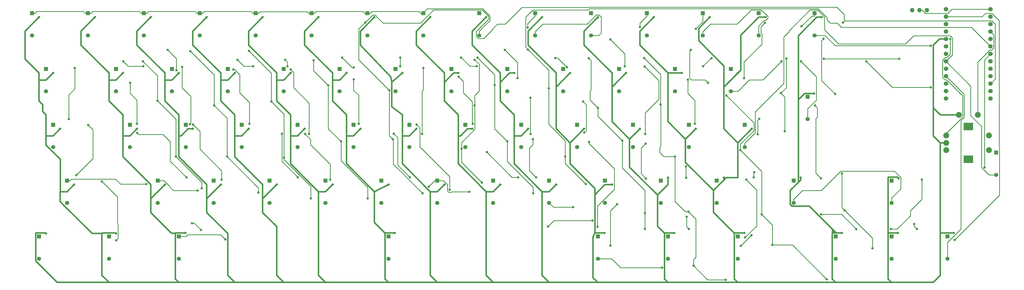
<source format=gbr>
G04 #@! TF.GenerationSoftware,KiCad,Pcbnew,(5.1.12)-1*
G04 #@! TF.CreationDate,2022-12-17T21:06:57+09:00*
G04 #@! TF.ProjectId,jtnk67,6a746e6b-3637-42e6-9b69-6361645f7063,rev?*
G04 #@! TF.SameCoordinates,Original*
G04 #@! TF.FileFunction,Copper,L1,Top*
G04 #@! TF.FilePolarity,Positive*
%FSLAX46Y46*%
G04 Gerber Fmt 4.6, Leading zero omitted, Abs format (unit mm)*
G04 Created by KiCad (PCBNEW (5.1.12)-1) date 2022-12-17 21:06:57*
%MOMM*%
%LPD*%
G01*
G04 APERTURE LIST*
G04 #@! TA.AperFunction,ComponentPad*
%ADD10C,1.524000*%
G04 #@! TD*
G04 #@! TA.AperFunction,ComponentPad*
%ADD11C,2.000000*%
G04 #@! TD*
G04 #@! TA.AperFunction,ComponentPad*
%ADD12R,3.200000X2.500000*%
G04 #@! TD*
G04 #@! TA.AperFunction,ComponentPad*
%ADD13O,1.500000X1.500000*%
G04 #@! TD*
G04 #@! TA.AperFunction,ComponentPad*
%ADD14C,1.397000*%
G04 #@! TD*
G04 #@! TA.AperFunction,ComponentPad*
%ADD15R,1.397000X1.397000*%
G04 #@! TD*
G04 #@! TA.AperFunction,ViaPad*
%ADD16C,0.800000*%
G04 #@! TD*
G04 #@! TA.AperFunction,Conductor*
%ADD17C,0.250000*%
G04 #@! TD*
G04 #@! TA.AperFunction,Conductor*
%ADD18C,0.500000*%
G04 #@! TD*
G04 APERTURE END LIST*
D10*
X348082600Y-23622000D03*
X348082600Y-26162000D03*
X348082600Y-28702000D03*
X348082600Y-31242000D03*
X348082600Y-33782000D03*
X348082600Y-36322000D03*
X348082600Y-38862000D03*
X348082600Y-41402000D03*
X348082600Y-43942000D03*
X348082600Y-46482000D03*
X348082600Y-49022000D03*
X348082600Y-51562000D03*
X332862600Y-51562000D03*
X332862600Y-49022000D03*
X332862600Y-46482000D03*
X332862600Y-43942000D03*
X332862600Y-41402000D03*
X332862600Y-38862000D03*
X332862600Y-36322000D03*
X332862600Y-33782000D03*
X332862600Y-31242000D03*
X332862600Y-28702000D03*
X332862600Y-26162000D03*
X332862600Y-23622000D03*
X332862600Y-21082000D03*
X348082600Y-21082000D03*
D11*
X337269000Y-57150000D03*
X343769000Y-57150000D03*
X347519000Y-69175000D03*
X347519000Y-64175000D03*
D12*
X340519000Y-72275000D03*
X340519000Y-61075000D03*
D11*
X333019000Y-69175000D03*
X333019000Y-66675000D03*
X333019000Y-64175000D03*
D13*
X321350000Y-21431200D03*
X323850000Y-21431200D03*
X326350000Y-21431200D03*
D14*
X333375000Y-106204000D03*
D15*
X333375000Y-98584000D03*
D14*
X350044000Y-77628800D03*
D15*
X350044000Y-70008800D03*
D14*
X314325000Y-106204000D03*
D15*
X314325000Y-98584000D03*
D14*
X314325000Y-87153800D03*
D15*
X314325000Y-79533800D03*
D14*
X288131000Y-30003800D03*
D15*
X288131000Y-22383800D03*
D14*
X295275000Y-106204000D03*
D15*
X295275000Y-98584000D03*
D14*
X280988000Y-87153800D03*
D15*
X280988000Y-79533800D03*
D14*
X285750000Y-58578800D03*
D15*
X285750000Y-50958800D03*
D14*
X269081000Y-30003800D03*
D15*
X269081000Y-22383800D03*
D14*
X264319000Y-68103800D03*
D15*
X264319000Y-60483800D03*
D14*
X259556000Y-49053800D03*
D15*
X259556000Y-41433800D03*
D14*
X250031000Y-30003800D03*
D15*
X250031000Y-22383800D03*
D14*
X261938000Y-106204000D03*
D15*
X261938000Y-98584000D03*
D14*
X254794000Y-87153800D03*
D15*
X254794000Y-79533800D03*
D14*
X245269000Y-68103800D03*
D15*
X245269000Y-60483800D03*
D14*
X240506000Y-49053800D03*
D15*
X240506000Y-41433800D03*
D14*
X230981000Y-30003800D03*
D15*
X230981000Y-22383800D03*
D14*
X238125000Y-106204000D03*
D15*
X238125000Y-98584000D03*
D14*
X235744000Y-87153800D03*
D15*
X235744000Y-79533800D03*
D14*
X226219000Y-68103800D03*
D15*
X226219000Y-60483800D03*
D14*
X221456000Y-49053800D03*
D15*
X221456000Y-41433800D03*
D14*
X211931000Y-30003800D03*
D15*
X211931000Y-22383800D03*
D14*
X214312000Y-106204000D03*
D15*
X214312000Y-98584000D03*
D14*
X216694000Y-87153800D03*
D15*
X216694000Y-79533800D03*
D14*
X207169000Y-68103800D03*
D15*
X207169000Y-60483800D03*
D14*
X202406000Y-49053800D03*
D15*
X202406000Y-41433800D03*
D14*
X192881000Y-30003800D03*
D15*
X192881000Y-22383800D03*
D14*
X197644000Y-87153800D03*
D15*
X197644000Y-79533800D03*
D14*
X188119000Y-68103800D03*
D15*
X188119000Y-60483800D03*
D14*
X183356000Y-49053800D03*
D15*
X183356000Y-41433800D03*
D14*
X173831000Y-30003800D03*
D15*
X173831000Y-22383800D03*
D14*
X178594000Y-87153800D03*
D15*
X178594000Y-79533800D03*
D14*
X169069000Y-68103800D03*
D15*
X169069000Y-60483800D03*
D14*
X164306000Y-49053800D03*
D15*
X164306000Y-41433800D03*
D14*
X154781000Y-30003800D03*
D15*
X154781000Y-22383800D03*
D14*
X159544000Y-87153800D03*
D15*
X159544000Y-79533800D03*
D14*
X150019000Y-68103800D03*
D15*
X150019000Y-60483800D03*
D14*
X145256000Y-49053800D03*
D15*
X145256000Y-41433800D03*
D14*
X135731000Y-30003800D03*
D15*
X135731000Y-22383800D03*
D14*
X140494000Y-87153800D03*
D15*
X140494000Y-79533800D03*
D14*
X130969000Y-68103800D03*
D15*
X130969000Y-60483800D03*
D14*
X126206000Y-49053800D03*
D15*
X126206000Y-41433800D03*
D14*
X116681000Y-30003800D03*
D15*
X116681000Y-22383800D03*
D14*
X121444000Y-87153800D03*
D15*
X121444000Y-79533800D03*
D14*
X111919000Y-68103800D03*
D15*
X111919000Y-60483800D03*
D14*
X107156000Y-49053800D03*
D15*
X107156000Y-41433800D03*
D14*
X97631200Y-30003800D03*
D15*
X97631200Y-22383800D03*
D14*
X142875000Y-106204000D03*
D15*
X142875000Y-98584000D03*
D14*
X102394000Y-87153800D03*
D15*
X102394000Y-79533800D03*
D14*
X92868800Y-68103800D03*
D15*
X92868800Y-60483800D03*
D14*
X88106200Y-49053800D03*
D15*
X88106200Y-41433800D03*
D14*
X78581200Y-30003800D03*
D15*
X78581200Y-22383800D03*
D14*
X71437500Y-106204000D03*
D15*
X71437500Y-98584000D03*
D14*
X83343800Y-87153800D03*
D15*
X83343800Y-79533800D03*
D14*
X73818800Y-68103800D03*
D15*
X73818800Y-60483800D03*
D14*
X69056200Y-49053800D03*
D15*
X69056200Y-41433800D03*
D14*
X59531200Y-30003800D03*
D15*
X59531200Y-22383800D03*
D14*
X47625000Y-106204000D03*
D15*
X47625000Y-98584000D03*
D14*
X64293800Y-87153800D03*
D15*
X64293800Y-79533800D03*
D14*
X54768800Y-68103800D03*
D15*
X54768800Y-60483800D03*
D14*
X50006200Y-49053800D03*
D15*
X50006200Y-41433800D03*
D14*
X40481200Y-30003800D03*
D15*
X40481200Y-22383800D03*
D14*
X23812500Y-106204000D03*
D15*
X23812500Y-98584000D03*
D14*
X33337500Y-87153800D03*
D15*
X33337500Y-79533800D03*
D14*
X28575000Y-68103800D03*
D15*
X28575000Y-60483800D03*
D14*
X26193800Y-49053800D03*
D15*
X26193800Y-41433800D03*
D14*
X21431200Y-30003800D03*
D15*
X21431200Y-22383800D03*
D16*
X327722800Y-33532600D03*
X283418300Y-38813000D03*
X276872300Y-38813000D03*
X156654900Y-81572600D03*
X205776300Y-88606400D03*
X170437200Y-83340300D03*
X77785400Y-82945600D03*
X60312600Y-80788000D03*
X87247500Y-99620000D03*
X236100200Y-109249800D03*
X190338800Y-27340800D03*
X228603600Y-27148600D03*
X247610100Y-27745200D03*
X283634900Y-26924200D03*
X23812500Y-23812500D03*
X28575000Y-42862500D03*
X30956200Y-61912500D03*
X35718800Y-80962500D03*
X42862500Y-23812500D03*
X52387500Y-42862500D03*
X57150000Y-61912500D03*
X66675000Y-80962500D03*
X61912500Y-23812500D03*
X71437500Y-42862500D03*
X76200000Y-61912500D03*
X85725000Y-80962500D03*
X80962500Y-23812500D03*
X90487500Y-42862500D03*
X95250000Y-61912500D03*
X104775000Y-80962500D03*
X100012000Y-23812500D03*
X109538000Y-42862500D03*
X114300000Y-61912500D03*
X123825000Y-80962500D03*
X119062000Y-23812500D03*
X128588000Y-42862500D03*
X133350000Y-61912500D03*
X142875000Y-80962500D03*
X138112000Y-23812500D03*
X147638000Y-42862500D03*
X152400000Y-61912500D03*
X161925000Y-80962500D03*
X157162000Y-23812500D03*
X166688000Y-42862500D03*
X171450000Y-61912500D03*
X180975000Y-80962500D03*
X176212000Y-23812500D03*
X185738000Y-42862500D03*
X190500000Y-61912500D03*
X200025000Y-80962500D03*
X195262000Y-23812500D03*
X204788000Y-42862500D03*
X209550000Y-61912500D03*
X219075000Y-80962500D03*
X214312000Y-23812500D03*
X223838000Y-42862500D03*
X228600000Y-61912500D03*
X233362000Y-23812500D03*
X252412000Y-23812500D03*
X242888000Y-42862500D03*
X271462000Y-23812500D03*
X261938000Y-42862500D03*
X247650000Y-61912500D03*
X266700000Y-61912500D03*
X238125000Y-78581200D03*
X257175000Y-78581200D03*
X290512000Y-23812500D03*
X287935000Y-49810200D03*
X283369000Y-78581200D03*
X316706000Y-78802500D03*
X335560000Y-97435200D03*
X316510000Y-97435200D03*
X297460000Y-97435200D03*
X264123000Y-97435200D03*
X240310000Y-97435200D03*
X216498000Y-97435200D03*
X145060000Y-97435200D03*
X73622700Y-97435200D03*
X50006200Y-97631200D03*
X26193800Y-97631200D03*
X335850300Y-99777100D03*
X322065100Y-94370000D03*
X322982000Y-96113800D03*
X314062300Y-96102200D03*
X324674900Y-79201500D03*
X290323600Y-91084900D03*
X302354200Y-96137600D03*
X288250300Y-53953800D03*
X290324200Y-78817500D03*
X291145000Y-31161900D03*
X295110500Y-50028700D03*
X264100000Y-44634900D03*
X271174900Y-25714100D03*
X268728500Y-63700100D03*
X269193300Y-58448300D03*
X267347400Y-78432900D03*
X267563600Y-76729400D03*
X264413100Y-98980000D03*
X264790700Y-79189100D03*
X262926300Y-101835500D03*
X266596400Y-98165400D03*
X244475000Y-91936000D03*
X245238600Y-96117500D03*
X244229400Y-74781800D03*
X244333100Y-78597500D03*
X244950200Y-45121400D03*
X247315200Y-60206100D03*
X253001000Y-37870600D03*
X250053900Y-40541900D03*
X223402100Y-40538900D03*
X218547100Y-31413000D03*
X230353300Y-63684000D03*
X230193600Y-40646000D03*
X230554400Y-66938100D03*
X230633800Y-78874000D03*
X218550900Y-101785400D03*
X220813800Y-87652100D03*
X211253500Y-66324400D03*
X214114000Y-95286700D03*
X209171000Y-52581800D03*
X209654700Y-63169600D03*
X199692300Y-37712100D03*
X203727800Y-40864400D03*
X186872100Y-44629600D03*
X182560000Y-34970000D03*
X191354800Y-63682100D03*
X191228200Y-51300400D03*
X192057800Y-65424900D03*
X193199300Y-78461700D03*
X176395900Y-69861300D03*
X187030800Y-78445000D03*
X166779400Y-44057100D03*
X171576200Y-60206100D03*
X167617300Y-37558300D03*
X172985900Y-40579100D03*
X146902000Y-40539900D03*
X146902000Y-37556200D03*
X154335200Y-63681500D03*
X154770200Y-41090100D03*
X152458400Y-60426500D03*
X163710200Y-82742600D03*
X144714900Y-63557700D03*
X150212200Y-78435900D03*
X131054000Y-45006500D03*
X132710400Y-60211900D03*
X127092000Y-37561200D03*
X131030100Y-40937100D03*
X108486400Y-40555800D03*
X107663000Y-38345000D03*
X115834300Y-63687600D03*
X109518200Y-41665700D03*
X123033200Y-79266300D03*
X114480900Y-63693500D03*
X106567200Y-63592100D03*
X112040200Y-78436500D03*
X90022100Y-41657600D03*
X95520400Y-60214400D03*
X91462000Y-38355200D03*
X96793700Y-40541900D03*
X70608000Y-41896300D03*
X67662000Y-34970000D03*
X75215200Y-60382000D03*
X72553200Y-40817700D03*
X76313100Y-60470400D03*
X86034800Y-79202300D03*
X75933400Y-94168900D03*
X79019400Y-96398700D03*
X57260700Y-63312400D03*
X74039600Y-78454200D03*
X54824600Y-46228200D03*
X57149900Y-60187200D03*
X52447200Y-38822400D03*
X59305500Y-40541900D03*
X35937500Y-41090800D03*
X33976900Y-58531200D03*
X36472000Y-77724000D03*
X40540000Y-60634700D03*
X50110800Y-99947800D03*
X45201100Y-79829000D03*
X190437200Y-34864900D03*
X210145500Y-80774800D03*
X197500000Y-48082500D03*
X203082600Y-71361700D03*
X59191500Y-38825300D03*
X64150000Y-52305300D03*
X230295300Y-96108000D03*
X346023000Y-75092700D03*
X222589800Y-65967600D03*
X214256000Y-54770000D03*
X79197200Y-82176400D03*
X70415300Y-71364200D03*
X211180500Y-37852400D03*
X230295300Y-90624600D03*
X257838000Y-113406700D03*
X229991000Y-37714000D03*
X75383900Y-35397700D03*
X83510000Y-53903500D03*
X235607600Y-53536500D03*
X240540700Y-71361900D03*
X98569500Y-83640600D03*
X246875900Y-108650700D03*
X245103900Y-90135500D03*
X87862800Y-71395600D03*
X245952000Y-34970000D03*
X251812500Y-46209300D03*
X270088700Y-91097500D03*
X262822800Y-69132200D03*
X258062800Y-50498600D03*
X292283800Y-113258800D03*
X197228000Y-95246300D03*
X212388300Y-93193400D03*
X273686000Y-101509700D03*
X95316800Y-35320100D03*
X102932000Y-52536900D03*
X116402500Y-85637500D03*
X107292500Y-71672500D03*
X316959000Y-38030600D03*
X291229100Y-38030600D03*
X278444100Y-37886000D03*
X122362000Y-47099400D03*
X117351800Y-38542400D03*
X277921000Y-62690000D03*
X276617700Y-49713200D03*
X135832500Y-85637500D03*
X126740000Y-66212500D03*
X154473800Y-83921700D03*
X143154000Y-48767500D03*
X297458000Y-77089500D03*
X307850500Y-102688400D03*
X298335000Y-89694900D03*
X297726400Y-25605500D03*
X144336900Y-65392100D03*
X134931600Y-25600000D03*
X327740700Y-47693400D03*
X305706500Y-38821100D03*
X172178100Y-53894100D03*
X172183800Y-38310500D03*
X174754800Y-80262600D03*
X167772700Y-68672800D03*
X192182100Y-83926800D03*
X179054500Y-46946400D03*
X173194900Y-37551400D03*
X183416500Y-66212500D03*
X334360800Y-31223700D03*
D17*
X154648400Y-22383800D02*
X156154200Y-20878000D01*
X156154200Y-20878000D02*
X175020000Y-20878000D01*
X175020000Y-20878000D02*
X177452600Y-23310600D01*
X177452600Y-23310600D02*
X177452600Y-24926300D01*
X177452600Y-24926300D02*
X173831000Y-28547900D01*
X173831000Y-28547900D02*
X173831000Y-30003800D01*
X154781000Y-22383800D02*
X154648400Y-22383800D01*
X154269100Y-22383800D02*
X153757200Y-22383800D01*
X154269100Y-22383800D02*
X154648400Y-22383800D01*
X116681000Y-22383800D02*
X115657200Y-22383800D01*
X97631200Y-22383800D02*
X98655000Y-22383800D01*
X98655000Y-22383800D02*
X99162400Y-21876400D01*
X99162400Y-21876400D02*
X115149800Y-21876400D01*
X115149800Y-21876400D02*
X115657200Y-22383800D01*
X97119300Y-22383800D02*
X97631200Y-22383800D01*
X288131000Y-30003800D02*
X291688100Y-30003800D01*
X291688100Y-30003800D02*
X295216900Y-33532600D01*
X295216900Y-33532600D02*
X327722800Y-33532600D01*
X116681000Y-22383800D02*
X117704800Y-22383800D01*
X117704800Y-22383800D02*
X118236800Y-21851800D01*
X118236800Y-21851800D02*
X134175200Y-21851800D01*
X134175200Y-21851800D02*
X134707200Y-22383800D01*
X135731000Y-22383800D02*
X134707200Y-22383800D01*
X135731000Y-22383800D02*
X136754800Y-22383800D01*
X136754800Y-22383800D02*
X137301400Y-21837200D01*
X137301400Y-21837200D02*
X153210600Y-21837200D01*
X153210600Y-21837200D02*
X153757200Y-22383800D01*
X192881000Y-30003800D02*
X192881000Y-28750800D01*
X192881000Y-28750800D02*
X195486400Y-26145400D01*
X195486400Y-26145400D02*
X210600800Y-26145400D01*
X210600800Y-26145400D02*
X213696600Y-23049600D01*
X213696600Y-23049600D02*
X214645600Y-23049600D01*
X214645600Y-23049600D02*
X215384500Y-23788500D01*
X215384500Y-23788500D02*
X215384500Y-29129900D01*
X215384500Y-29129900D02*
X214510600Y-30003800D01*
X214510600Y-30003800D02*
X211931000Y-30003800D01*
X40481200Y-22383800D02*
X39457400Y-22383800D01*
X21431200Y-22383800D02*
X22455000Y-22383800D01*
X22455000Y-22383800D02*
X22987000Y-21851800D01*
X22987000Y-21851800D02*
X38925400Y-21851800D01*
X38925400Y-21851800D02*
X39457400Y-22383800D01*
X59531200Y-22383800D02*
X58507400Y-22383800D01*
X40481200Y-22383800D02*
X41505000Y-22383800D01*
X41505000Y-22383800D02*
X42037000Y-21851800D01*
X42037000Y-21851800D02*
X57975400Y-21851800D01*
X57975400Y-21851800D02*
X58507400Y-22383800D01*
X97119300Y-22383800D02*
X96607400Y-22383800D01*
X250031000Y-30003800D02*
X250031000Y-28759200D01*
X250031000Y-28759200D02*
X252644800Y-26145400D01*
X252644800Y-26145400D02*
X261723600Y-26145400D01*
X261723600Y-26145400D02*
X266509000Y-21360000D01*
X266509000Y-21360000D02*
X269914300Y-21360000D01*
X269914300Y-21360000D02*
X270104800Y-21550500D01*
X270104800Y-21550500D02*
X270104800Y-21550600D01*
X270104800Y-21550600D02*
X270229000Y-21550600D01*
X270229000Y-21550600D02*
X272213000Y-23534600D01*
X272213000Y-23534600D02*
X272213000Y-24094800D01*
X272213000Y-24094800D02*
X271409300Y-24898500D01*
X271409300Y-24898500D02*
X270964800Y-24898500D01*
X270964800Y-24898500D02*
X269081000Y-26782300D01*
X269081000Y-26782300D02*
X269081000Y-30003800D01*
X78581200Y-22383800D02*
X77557400Y-22383800D01*
X59531200Y-22383800D02*
X60555000Y-22383800D01*
X60555000Y-22383800D02*
X61087000Y-21851800D01*
X61087000Y-21851800D02*
X77025400Y-21851800D01*
X77025400Y-21851800D02*
X77557400Y-22383800D01*
X78581200Y-22383800D02*
X79605000Y-22383800D01*
X79605000Y-22383800D02*
X80137000Y-21851800D01*
X80137000Y-21851800D02*
X96075400Y-21851800D01*
X96075400Y-21851800D02*
X96607400Y-22383800D01*
X285750000Y-58578800D02*
X285750000Y-55052000D01*
X285750000Y-55052000D02*
X288688000Y-52114000D01*
X288688000Y-52114000D02*
X288688000Y-44082700D01*
X288688000Y-44082700D02*
X283418300Y-38813000D01*
X259556000Y-49053800D02*
X262072800Y-49053800D01*
X262072800Y-49053800D02*
X263500700Y-47625900D01*
X263500700Y-47625900D02*
X263500700Y-47535800D01*
X263500700Y-47535800D02*
X265841100Y-45195400D01*
X265841100Y-45195400D02*
X270489900Y-45195400D01*
X270489900Y-45195400D02*
X276872300Y-38813000D01*
X264319000Y-68103800D02*
X264319000Y-66809900D01*
X264319000Y-66809900D02*
X267903400Y-63225500D01*
X267903400Y-63225500D02*
X267903400Y-56101700D01*
X267903400Y-56101700D02*
X277611800Y-46393300D01*
X277611800Y-46393300D02*
X277611800Y-30517700D01*
X277611800Y-30517700D02*
X279358500Y-28771000D01*
X279358500Y-28771000D02*
X279358500Y-28527300D01*
X279358500Y-28527300D02*
X286535500Y-21350300D01*
X286535500Y-21350300D02*
X289086300Y-21350300D01*
X289086300Y-21350300D02*
X291520400Y-23784400D01*
X291520400Y-23784400D02*
X291520400Y-28129300D01*
X291520400Y-28129300D02*
X296335000Y-32943900D01*
X296335000Y-32943900D02*
X319140200Y-32943900D01*
X319140200Y-32943900D02*
X321929600Y-30154500D01*
X321929600Y-30154500D02*
X334338300Y-30154500D01*
X334338300Y-30154500D02*
X335094200Y-30910400D01*
X335094200Y-30910400D02*
X335094200Y-36630400D01*
X335094200Y-36630400D02*
X332862600Y-38862000D01*
X332862600Y-38862000D02*
X341323800Y-47323200D01*
X341323800Y-47323200D02*
X341323800Y-57354800D01*
X341323800Y-57354800D02*
X345025400Y-61056400D01*
X345025400Y-61056400D02*
X345025400Y-75122900D01*
X345025400Y-75122900D02*
X347531300Y-77628800D01*
X347531300Y-77628800D02*
X350044000Y-77628800D01*
X159544000Y-79533800D02*
X158520200Y-79533800D01*
X156654900Y-81572600D02*
X158520200Y-79707300D01*
X158520200Y-79707300D02*
X158520200Y-79533800D01*
X159544000Y-79533800D02*
X161581700Y-79533800D01*
X161581700Y-79533800D02*
X162933400Y-80885500D01*
X162933400Y-80885500D02*
X162933400Y-83052200D01*
X162933400Y-83052200D02*
X163393500Y-83512300D01*
X163393500Y-83512300D02*
X164322900Y-83512300D01*
X164322900Y-83512300D02*
X164494900Y-83340300D01*
X164494900Y-83340300D02*
X170437200Y-83340300D01*
X280988000Y-87153800D02*
X280988000Y-85905400D01*
X280988000Y-85905400D02*
X283965600Y-82927800D01*
X283965600Y-82927800D02*
X290413800Y-82927800D01*
X290413800Y-82927800D02*
X296983400Y-76358200D01*
X296983400Y-76358200D02*
X315317100Y-76358200D01*
X315317100Y-76358200D02*
X317453400Y-78494500D01*
X317453400Y-78494500D02*
X317453400Y-82407000D01*
X317453400Y-82407000D02*
X314325000Y-85535400D01*
X314325000Y-85535400D02*
X314325000Y-87153800D01*
X197644000Y-87153800D02*
X199096600Y-88606400D01*
X199096600Y-88606400D02*
X205776300Y-88606400D01*
X64293800Y-79533800D02*
X66327500Y-79533800D01*
X66327500Y-79533800D02*
X68436200Y-81642500D01*
X68436200Y-81642500D02*
X68436200Y-81830300D01*
X68436200Y-81830300D02*
X69551500Y-82945600D01*
X69551500Y-82945600D02*
X77785400Y-82945600D01*
X33337500Y-79533800D02*
X34361300Y-79533800D01*
X34361300Y-79533800D02*
X34872000Y-79023100D01*
X34872000Y-79023100D02*
X49810400Y-79023100D01*
X49810400Y-79023100D02*
X51575300Y-80788000D01*
X51575300Y-80788000D02*
X60312600Y-80788000D01*
X71437500Y-98584000D02*
X73851200Y-98584000D01*
X73851200Y-98584000D02*
X74384100Y-98051100D01*
X74384100Y-98051100D02*
X85678600Y-98051100D01*
X85678600Y-98051100D02*
X87247500Y-99620000D01*
X333375000Y-106204000D02*
X333375000Y-100677200D01*
X333375000Y-100677200D02*
X338012900Y-96039300D01*
X338012900Y-96039300D02*
X338012900Y-59089100D01*
X338012900Y-59089100D02*
X339045700Y-58056300D01*
X339045700Y-58056300D02*
X339045700Y-50125100D01*
X339045700Y-50125100D02*
X332862600Y-43942000D01*
X214312000Y-106204000D02*
X218920600Y-106204000D01*
X218920600Y-106204000D02*
X221966400Y-109249800D01*
X221966400Y-109249800D02*
X236100200Y-109249800D01*
X192881000Y-22383800D02*
X192881000Y-23407600D01*
X192881000Y-23407600D02*
X190338800Y-25949800D01*
X190338800Y-25949800D02*
X190338800Y-27340800D01*
X230981000Y-22383800D02*
X230981000Y-23407600D01*
X230981000Y-23407600D02*
X228603600Y-25785000D01*
X228603600Y-25785000D02*
X228603600Y-27148600D01*
X250031000Y-22383800D02*
X250031000Y-25324300D01*
X250031000Y-25324300D02*
X247610100Y-27745200D01*
X288131000Y-23407600D02*
X287151500Y-23407600D01*
X287151500Y-23407600D02*
X283634900Y-26924200D01*
X288131000Y-22383800D02*
X288131000Y-23407600D01*
X332862600Y-31242000D02*
X332862000Y-31242000D01*
D18*
X328612000Y-57150000D02*
X328612000Y-61912500D01*
X328612000Y-54768800D02*
X328612000Y-57150000D01*
X328612000Y-61912500D02*
X328612000Y-64293800D01*
X328612000Y-64293800D02*
X330994000Y-66675000D01*
X328612000Y-57150000D02*
X328612000Y-61912500D01*
X330994000Y-66675000D02*
X333019000Y-66675000D01*
X185738000Y-64293800D02*
X188119000Y-64293800D01*
X188119000Y-64293800D02*
X190500000Y-61912500D01*
X195262000Y-83343800D02*
X185738000Y-73818800D01*
X185738000Y-73818800D02*
X185738000Y-64293800D01*
X147638000Y-64293800D02*
X150019000Y-64293800D01*
X150019000Y-64293800D02*
X152400000Y-61912500D01*
X157162000Y-83343800D02*
X147638000Y-73818800D01*
X147638000Y-73818800D02*
X147638000Y-64293800D01*
X128588000Y-64293800D02*
X130969000Y-64293800D01*
X130969000Y-64293800D02*
X133350000Y-61912500D01*
X138112000Y-83343800D02*
X128588000Y-73818800D01*
X128588000Y-73818800D02*
X128588000Y-64293800D01*
X123825000Y-45243800D02*
X126206000Y-45243800D01*
X126206000Y-45243800D02*
X128588000Y-42862500D01*
X128588000Y-64293800D02*
X128588000Y-57150000D01*
X128588000Y-57150000D02*
X123825000Y-52387500D01*
X123825000Y-52387500D02*
X123825000Y-45243800D01*
X109538000Y-64293800D02*
X111919000Y-64293800D01*
X111919000Y-64293800D02*
X114300000Y-61912500D01*
X119062000Y-83343800D02*
X109538000Y-73818800D01*
X109538000Y-73818800D02*
X109538000Y-64293800D01*
X104775000Y-45243800D02*
X107156000Y-45243800D01*
X107156000Y-45243800D02*
X109538000Y-42862500D01*
X109538000Y-64293800D02*
X109538000Y-57150000D01*
X109538000Y-57150000D02*
X104775000Y-52387500D01*
X104775000Y-52387500D02*
X104775000Y-45243800D01*
X90487500Y-64293800D02*
X92868800Y-64293800D01*
X92868800Y-64293800D02*
X95250000Y-61912500D01*
X100012000Y-85725000D02*
X100012000Y-80962500D01*
X100012000Y-80962500D02*
X90487500Y-71437500D01*
X90487500Y-71437500D02*
X90487500Y-64293800D01*
X85725000Y-45243800D02*
X88106200Y-45243800D01*
X88106200Y-45243800D02*
X90487500Y-42862500D01*
X90487500Y-64293800D02*
X90487500Y-57150000D01*
X90487500Y-57150000D02*
X85725000Y-52387500D01*
X85725000Y-52387500D02*
X85725000Y-45243800D01*
X66675000Y-45243800D02*
X69056200Y-45243800D01*
X69056200Y-45243800D02*
X71437500Y-42862500D01*
X71437500Y-64293800D02*
X71437500Y-57150000D01*
X71437500Y-57150000D02*
X66675000Y-52387500D01*
X66675000Y-52387500D02*
X66675000Y-45243800D01*
X52387500Y-64293800D02*
X54768800Y-64293800D01*
X54768800Y-64293800D02*
X57150000Y-61912500D01*
X61912500Y-85725000D02*
X61912500Y-80962500D01*
X61912500Y-80962500D02*
X52387500Y-71437500D01*
X52387500Y-71437500D02*
X52387500Y-64293800D01*
X47625000Y-45243800D02*
X50006200Y-45243800D01*
X50006200Y-45243800D02*
X52387500Y-42862500D01*
X52387500Y-64293800D02*
X52387500Y-57150000D01*
X52387500Y-57150000D02*
X47625000Y-52387500D01*
X47625000Y-52387500D02*
X47625000Y-45243800D01*
X30956200Y-83343800D02*
X33337500Y-83343800D01*
X33337500Y-83343800D02*
X35718800Y-80962500D01*
X26193800Y-64293800D02*
X28575000Y-64293800D01*
X28575000Y-64293800D02*
X30956200Y-61912500D01*
X23812500Y-45243800D02*
X26193800Y-45243800D01*
X26193800Y-45243800D02*
X28575000Y-42862500D01*
X282567000Y-80161000D02*
X283369000Y-79359500D01*
X283369000Y-79359500D02*
X283369000Y-78581200D01*
X293090000Y-95054000D02*
X286338000Y-88302300D01*
X286338000Y-88302300D02*
X280436000Y-88302300D01*
X280436000Y-88302300D02*
X279839000Y-87705000D01*
X279839000Y-87705000D02*
X279839000Y-82889300D01*
X279839000Y-82889300D02*
X282567000Y-80161000D01*
X294216000Y-96572700D02*
X294216000Y-96180700D01*
X294216000Y-96180700D02*
X293090000Y-95054000D01*
X294216000Y-97435200D02*
X294216000Y-96572700D01*
X178594000Y-114300000D02*
X159544000Y-114300000D01*
X197644000Y-114300000D02*
X178594000Y-114300000D01*
X195262000Y-83343800D02*
X195262000Y-111919000D01*
X195262000Y-111919000D02*
X197644000Y-114300000D01*
X159544000Y-114300000D02*
X157162000Y-111919000D01*
X157162000Y-111919000D02*
X157162000Y-83343800D01*
X142875000Y-114300000D02*
X159544000Y-114300000D01*
X71437500Y-114300000D02*
X47625000Y-114300000D01*
X213254000Y-84402300D02*
X216694000Y-80962500D01*
X216694000Y-80962500D02*
X219075000Y-80962500D01*
X213254000Y-97435200D02*
X213254000Y-84402300D01*
X90487500Y-114300000D02*
X88106200Y-111919000D01*
X88106200Y-111919000D02*
X88106200Y-97631200D01*
X88106200Y-97631200D02*
X80962500Y-90487500D01*
X80962500Y-90487500D02*
X80962500Y-85725000D01*
X99610700Y-114300000D02*
X90487500Y-114300000D01*
X90487500Y-114300000D02*
X71437500Y-114300000D01*
X99610700Y-114300000D02*
X90487500Y-114300000D01*
X107156000Y-114300000D02*
X99610700Y-114300000D01*
X100012000Y-85725000D02*
X100012000Y-90487500D01*
X100012000Y-90487500D02*
X104775000Y-95250000D01*
X104775000Y-95250000D02*
X104775000Y-111919000D01*
X104775000Y-111919000D02*
X107156000Y-114300000D01*
X107156000Y-114300000D02*
X99610700Y-114300000D01*
X61912500Y-85725000D02*
X66675000Y-80962500D01*
X70289000Y-97525200D02*
X68950200Y-97525200D01*
X68950200Y-97525200D02*
X61912500Y-90487500D01*
X61912500Y-90487500D02*
X61912500Y-85725000D01*
X80962500Y-85725000D02*
X85725000Y-80962500D01*
X100012000Y-85725000D02*
X104775000Y-80962500D01*
X200025000Y-47625000D02*
X204788000Y-42862500D01*
X204788000Y-66675000D02*
X200025000Y-61912500D01*
X200025000Y-61912500D02*
X200025000Y-47625000D01*
X204788000Y-66675000D02*
X209550000Y-61912500D01*
X213254000Y-84402300D02*
X213254000Y-82285200D01*
X213254000Y-82285200D02*
X204788000Y-73818800D01*
X204788000Y-73818800D02*
X204788000Y-66675000D01*
X219075000Y-47625000D02*
X223838000Y-42862500D01*
X225070000Y-65442300D02*
X219075000Y-59447000D01*
X219075000Y-59447000D02*
X219075000Y-47625000D01*
X238125000Y-42862500D02*
X242888000Y-42862500D01*
X244120000Y-65442300D02*
X238125000Y-59447000D01*
X238125000Y-59447000D02*
X238125000Y-42862500D01*
X257175000Y-47625000D02*
X261938000Y-42862500D01*
X261938000Y-66675000D02*
X257175000Y-61912500D01*
X257175000Y-61912500D02*
X257175000Y-47625000D01*
X261938000Y-66675000D02*
X266700000Y-61912500D01*
X257175000Y-79359500D02*
X257953000Y-78581200D01*
X257953000Y-78581200D02*
X261938000Y-78581200D01*
X261938000Y-78581200D02*
X261938000Y-66675000D01*
X295471000Y-97435200D02*
X297460000Y-97435200D01*
X295079000Y-97435200D02*
X295471000Y-97435200D01*
X294216000Y-97435200D02*
X295079000Y-97435200D01*
X290512000Y-23812500D02*
X288910000Y-23812500D01*
X288910000Y-23812500D02*
X282567000Y-30154800D01*
X282567000Y-30154800D02*
X282567000Y-51934500D01*
X70289000Y-97525200D02*
X70379000Y-97435200D01*
X70379000Y-97435200D02*
X73622700Y-97435200D01*
X47625000Y-114300000D02*
X45243800Y-111919000D01*
X45243800Y-111919000D02*
X45243800Y-97631200D01*
X121444000Y-114300000D02*
X119062000Y-111919000D01*
X119062000Y-111919000D02*
X119062000Y-83343800D01*
X142875000Y-114300000D02*
X121444000Y-114300000D01*
X121444000Y-114300000D02*
X107156000Y-114300000D01*
X178594000Y-114300000D02*
X176212000Y-111919000D01*
X176212000Y-111919000D02*
X176212000Y-83343800D01*
X214312000Y-114300000D02*
X197644000Y-114300000D01*
X330994000Y-97631200D02*
X330994000Y-111919000D01*
X330994000Y-111919000D02*
X328612000Y-114300000D01*
X328612000Y-114300000D02*
X314325000Y-114300000D01*
X294216000Y-96572700D02*
X295079000Y-97435200D01*
X295471000Y-97435200D02*
X293090000Y-95054000D01*
X23812500Y-45243800D02*
X23812500Y-42862500D01*
X23812500Y-42862500D02*
X19050000Y-38100000D01*
X19050000Y-38100000D02*
X19050000Y-28575000D01*
X19050000Y-28575000D02*
X23812500Y-23812500D01*
X26193800Y-64293800D02*
X26193800Y-57150000D01*
X26193800Y-57150000D02*
X25045200Y-56001500D01*
X25045200Y-56001500D02*
X25045200Y-53620200D01*
X25045200Y-53620200D02*
X23812500Y-52387500D01*
X23812500Y-52387500D02*
X23812500Y-45243800D01*
X30956200Y-83343800D02*
X31031300Y-83268700D01*
X31031300Y-83268700D02*
X31031300Y-72259800D01*
X31031300Y-72259800D02*
X26193800Y-67422300D01*
X26193800Y-67422300D02*
X26193800Y-64293800D01*
X45243800Y-97631200D02*
X41881500Y-97631200D01*
X41881500Y-97631200D02*
X32356500Y-88106200D01*
X32356500Y-88106200D02*
X30956200Y-86706000D01*
X30956200Y-86706000D02*
X30956200Y-83343800D01*
X47625000Y-45243800D02*
X47625000Y-42862500D01*
X47625000Y-42862500D02*
X38100000Y-33337500D01*
X38100000Y-33337500D02*
X38100000Y-28575000D01*
X38100000Y-28575000D02*
X42862500Y-23812500D01*
X66675000Y-45243800D02*
X66675000Y-42862500D01*
X66675000Y-42862500D02*
X57150000Y-33337500D01*
X57150000Y-33337500D02*
X57150000Y-28575000D01*
X57150000Y-28575000D02*
X61912500Y-23812500D01*
X71437500Y-64293800D02*
X72215800Y-64293800D01*
X72215800Y-64293800D02*
X74597000Y-61912500D01*
X74597000Y-61912500D02*
X76200000Y-61912500D01*
X80962500Y-85725000D02*
X80962500Y-80962500D01*
X80962500Y-80962500D02*
X71437500Y-71437500D01*
X71437500Y-71437500D02*
X71437500Y-64293800D01*
X85725000Y-45243800D02*
X85725000Y-42862500D01*
X85725000Y-42862500D02*
X76200000Y-33337500D01*
X76200000Y-33337500D02*
X76200000Y-28575000D01*
X76200000Y-28575000D02*
X80962500Y-23812500D01*
X104775000Y-45243800D02*
X104775000Y-42862500D01*
X104775000Y-42862500D02*
X95250000Y-33337500D01*
X95250000Y-33337500D02*
X95250000Y-28575000D01*
X95250000Y-28575000D02*
X100012000Y-23812500D01*
X119062000Y-83343800D02*
X121444000Y-83343800D01*
X121444000Y-83343800D02*
X123825000Y-80962500D01*
X123825000Y-45243800D02*
X123825000Y-42862500D01*
X123825000Y-42862500D02*
X114300000Y-33337500D01*
X114300000Y-33337500D02*
X114300000Y-28575000D01*
X114300000Y-28575000D02*
X119062000Y-23812500D01*
X141726000Y-97525200D02*
X138112000Y-93911200D01*
X138112000Y-93911200D02*
X138112000Y-83343800D01*
X138112000Y-83343800D02*
X142875000Y-80962500D01*
X157162000Y-83343800D02*
X159544000Y-83343800D01*
X159544000Y-83343800D02*
X161925000Y-80962500D01*
X161925000Y-46022000D02*
X161925000Y-42862500D01*
X161925000Y-42862500D02*
X152400000Y-33337500D01*
X152400000Y-33337500D02*
X152400000Y-28575000D01*
X152400000Y-28575000D02*
X157162000Y-23812500D01*
X161925000Y-46022000D02*
X165085000Y-42862500D01*
X165085000Y-42862500D02*
X166688000Y-42862500D01*
X166688000Y-64293800D02*
X166688000Y-57150000D01*
X166688000Y-57150000D02*
X161925000Y-52387500D01*
X161925000Y-52387500D02*
X161925000Y-46022000D01*
X166688000Y-64293800D02*
X167466000Y-64293800D01*
X167466000Y-64293800D02*
X169847000Y-61912500D01*
X169847000Y-61912500D02*
X171450000Y-61912500D01*
X176212000Y-83343800D02*
X166688000Y-73818800D01*
X166688000Y-73818800D02*
X166688000Y-64293800D01*
X176212000Y-83343800D02*
X178594000Y-83343800D01*
X178594000Y-83343800D02*
X180975000Y-80962500D01*
X180975000Y-46022000D02*
X180975000Y-42862500D01*
X180975000Y-42862500D02*
X171450000Y-33337500D01*
X171450000Y-33337500D02*
X171450000Y-28575000D01*
X171450000Y-28575000D02*
X176212000Y-23812500D01*
X180975000Y-46022000D02*
X184135000Y-42862500D01*
X184135000Y-42862500D02*
X185738000Y-42862500D01*
X185738000Y-64293800D02*
X185738000Y-57150000D01*
X185738000Y-57150000D02*
X180975000Y-52387500D01*
X180975000Y-52387500D02*
X180975000Y-46022000D01*
X195262000Y-83343800D02*
X197644000Y-83343800D01*
X197644000Y-83343800D02*
X200025000Y-80962500D01*
X200025000Y-47625000D02*
X200025000Y-42862500D01*
X200025000Y-42862500D02*
X190500000Y-33337500D01*
X190500000Y-33337500D02*
X190500000Y-28575000D01*
X190500000Y-28575000D02*
X195262000Y-23812500D01*
X219075000Y-47625000D02*
X219075000Y-42862500D01*
X219075000Y-42862500D02*
X209550000Y-33337500D01*
X209550000Y-33337500D02*
X209550000Y-28575000D01*
X209550000Y-28575000D02*
X214312000Y-23812500D01*
X225070000Y-65442300D02*
X228600000Y-61912500D01*
X234595000Y-84492300D02*
X225070000Y-74967300D01*
X225070000Y-74967300D02*
X225070000Y-65442300D01*
X238125000Y-42862500D02*
X228600000Y-33337500D01*
X228600000Y-33337500D02*
X228600000Y-28575000D01*
X228600000Y-28575000D02*
X233362000Y-23812500D01*
X257175000Y-47625000D02*
X262935000Y-41865000D01*
X262935000Y-41865000D02*
X262935000Y-29958700D01*
X262935000Y-29958700D02*
X269081000Y-23812500D01*
X269081000Y-23812500D02*
X271462000Y-23812500D01*
X244120000Y-65442300D02*
X247650000Y-61912500D01*
X253645000Y-82889300D02*
X244120000Y-73364300D01*
X244120000Y-73364300D02*
X244120000Y-65442300D01*
X234595000Y-84492300D02*
X238125000Y-80962500D01*
X238125000Y-80962500D02*
X238125000Y-78581200D01*
X236976000Y-97525200D02*
X234595000Y-95144000D01*
X234595000Y-95144000D02*
X234595000Y-84492300D01*
X257175000Y-79359500D02*
X257175000Y-78581200D01*
X260789000Y-97525200D02*
X253645000Y-90381500D01*
X253645000Y-90381500D02*
X253645000Y-82889300D01*
X253645000Y-82889300D02*
X257175000Y-79359500D01*
X282567000Y-80161000D02*
X282567000Y-51934500D01*
X282567000Y-51934500D02*
X284691000Y-49810200D01*
X284691000Y-49810200D02*
X287935000Y-49810200D01*
X313176000Y-97525200D02*
X313176000Y-78475200D01*
X313176000Y-78475200D02*
X313266000Y-78385200D01*
X313266000Y-78385200D02*
X316510000Y-78385200D01*
X316510000Y-78385200D02*
X316510000Y-78606500D01*
X316510000Y-78606500D02*
X316706000Y-78802500D01*
X330994000Y-66675000D02*
X330994000Y-97631200D01*
X330994000Y-97631200D02*
X331190000Y-97435200D01*
X331190000Y-97435200D02*
X335560000Y-97435200D01*
X314325000Y-114300000D02*
X295275000Y-114300000D01*
X314325000Y-114300000D02*
X313176000Y-113151000D01*
X313176000Y-113151000D02*
X313176000Y-97525200D01*
X313176000Y-97525200D02*
X313266000Y-97435200D01*
X313266000Y-97435200D02*
X316510000Y-97435200D01*
X295275000Y-114300000D02*
X261938000Y-114300000D01*
X295275000Y-114300000D02*
X294126000Y-113151000D01*
X294126000Y-113151000D02*
X294126000Y-97525200D01*
X294126000Y-97525200D02*
X294216000Y-97435200D01*
X261938000Y-114300000D02*
X238125000Y-114300000D01*
X261938000Y-114300000D02*
X260789000Y-113151000D01*
X260789000Y-113151000D02*
X260789000Y-97525200D01*
X260789000Y-97525200D02*
X260879000Y-97435200D01*
X260879000Y-97435200D02*
X264123000Y-97435200D01*
X238125000Y-114300000D02*
X214312000Y-114300000D01*
X238125000Y-114300000D02*
X236976000Y-113151000D01*
X236976000Y-113151000D02*
X236976000Y-97525200D01*
X236976000Y-97525200D02*
X237066000Y-97435200D01*
X237066000Y-97435200D02*
X240310000Y-97435200D01*
X213254000Y-97435200D02*
X216498000Y-97435200D01*
X142875000Y-114300000D02*
X141726000Y-113151000D01*
X141726000Y-113151000D02*
X141726000Y-97525200D01*
X141726000Y-97525200D02*
X141816000Y-97435200D01*
X141816000Y-97435200D02*
X145060000Y-97435200D01*
X71437500Y-114300000D02*
X70289000Y-113151000D01*
X70289000Y-113151000D02*
X70289000Y-97525200D01*
X45243800Y-97631200D02*
X45439800Y-97435200D01*
X45439800Y-97435200D02*
X49810200Y-97435200D01*
X49810200Y-97435200D02*
X50006200Y-97631200D01*
X47625000Y-114300000D02*
X29975200Y-114300000D01*
X29975200Y-114300000D02*
X22664000Y-106989000D01*
X22664000Y-106989000D02*
X22664000Y-97525200D01*
X22664000Y-97525200D02*
X22754000Y-97435200D01*
X22754000Y-97435200D02*
X25997700Y-97435200D01*
X25997700Y-97435200D02*
X26193800Y-97631200D01*
X328612000Y-54768800D02*
X330994000Y-57150000D01*
X330994000Y-57150000D02*
X337269000Y-57150000D01*
X328612000Y-54768800D02*
X328612000Y-33337500D01*
X328612000Y-33337500D02*
X330708000Y-31242000D01*
X330708000Y-31242000D02*
X332862000Y-31242000D01*
X133350000Y-33337500D02*
X133350000Y-28575000D01*
X143650000Y-44170000D02*
X133350000Y-33337500D01*
X133350000Y-28575000D02*
X138112000Y-23812500D01*
X144050000Y-45920000D02*
X143650000Y-44170000D01*
X144050000Y-45920000D02*
X147638000Y-42862500D01*
X144050000Y-54340000D02*
X144050000Y-45920000D01*
X147638000Y-57150000D02*
X144050000Y-54340000D01*
X147638000Y-64293800D02*
X147638000Y-57150000D01*
X248630000Y-27650000D02*
X252412000Y-23812500D01*
X248630000Y-31850000D02*
X248630000Y-27650000D01*
X257175000Y-40481200D02*
X248630000Y-31850000D01*
X257175000Y-47625000D02*
X257175000Y-40481200D01*
X212620000Y-98750000D02*
X213254000Y-97435200D01*
X212610000Y-112750000D02*
X212620000Y-98750000D01*
X214312000Y-114300000D02*
X212610000Y-112750000D01*
D17*
X323850000Y-21431200D02*
X324925300Y-21431200D01*
X324925300Y-21431200D02*
X324925300Y-21565600D01*
X324925300Y-21565600D02*
X325894300Y-22534600D01*
X325894300Y-22534600D02*
X333499600Y-22534600D01*
X333499600Y-22534600D02*
X334952200Y-21082000D01*
X334952200Y-21082000D02*
X348082600Y-21082000D01*
X332862600Y-23622000D02*
X345224100Y-23622000D01*
X345224100Y-23622000D02*
X346311500Y-22534600D01*
X346311500Y-22534600D02*
X348595500Y-22534600D01*
X348595500Y-22534600D02*
X351002800Y-24941900D01*
X351002800Y-24941900D02*
X351002800Y-68009100D01*
X351002800Y-68009100D02*
X351067900Y-68074200D01*
X351067900Y-68074200D02*
X351067900Y-84559500D01*
X351067900Y-84559500D02*
X335850300Y-99777100D01*
X322982000Y-96113800D02*
X322065100Y-95196900D01*
X322065100Y-95196900D02*
X322065100Y-94370000D01*
X324674900Y-79201500D02*
X324674900Y-85885100D01*
X324674900Y-85885100D02*
X320754400Y-89805600D01*
X320754400Y-89805600D02*
X320754400Y-91589300D01*
X320754400Y-91589300D02*
X316241500Y-96102200D01*
X316241500Y-96102200D02*
X314062300Y-96102200D01*
X302354200Y-96137600D02*
X297301500Y-91084900D01*
X297301500Y-91084900D02*
X290323600Y-91084900D01*
X290324200Y-78817500D02*
X288528600Y-77021900D01*
X288528600Y-77021900D02*
X288528600Y-58435600D01*
X288528600Y-58435600D02*
X289039400Y-57924800D01*
X289039400Y-57924800D02*
X289039400Y-54742900D01*
X289039400Y-54742900D02*
X288250300Y-53953800D01*
X295110500Y-50028700D02*
X290500900Y-45419100D01*
X290500900Y-45419100D02*
X290500900Y-31806000D01*
X290500900Y-31806000D02*
X291145000Y-31161900D01*
X264100000Y-44634900D02*
X264100000Y-39003100D01*
X264100000Y-39003100D02*
X270127600Y-32975500D01*
X270127600Y-32975500D02*
X270127600Y-29432000D01*
X270127600Y-29432000D02*
X269819600Y-29124000D01*
X269819600Y-29124000D02*
X269819600Y-27069400D01*
X269819600Y-27069400D02*
X271174900Y-25714100D01*
X269193300Y-58448300D02*
X268728500Y-58913100D01*
X268728500Y-58913100D02*
X268728500Y-63700100D01*
X267563600Y-76729400D02*
X267347400Y-76945600D01*
X267347400Y-76945600D02*
X267347400Y-78432900D01*
X264790700Y-79189100D02*
X268347300Y-82745700D01*
X268347300Y-82745700D02*
X268347300Y-95045800D01*
X268347300Y-95045800D02*
X264413100Y-98980000D01*
X266596400Y-98165400D02*
X262926300Y-101835500D01*
X244475000Y-91936000D02*
X244475000Y-95353900D01*
X244475000Y-95353900D02*
X245238600Y-96117500D01*
X244229400Y-74781800D02*
X244229400Y-78493800D01*
X244229400Y-78493800D02*
X244333100Y-78597500D01*
X244950200Y-45121400D02*
X244950200Y-49886600D01*
X244950200Y-49886600D02*
X247315100Y-52251500D01*
X247315100Y-52251500D02*
X247315100Y-60206100D01*
X247315100Y-60206100D02*
X247315200Y-60206100D01*
X250053900Y-40541900D02*
X252725200Y-37870600D01*
X252725200Y-37870600D02*
X253001000Y-37870600D01*
X223402100Y-40538900D02*
X223402100Y-36268000D01*
X223402100Y-36268000D02*
X218547100Y-31413000D01*
X230193600Y-40646000D02*
X235019700Y-45472100D01*
X235019700Y-45472100D02*
X235019700Y-51824800D01*
X235019700Y-51824800D02*
X230353300Y-56491200D01*
X230353300Y-56491200D02*
X230353300Y-63684000D01*
X230633800Y-78874000D02*
X228993300Y-77233500D01*
X228993300Y-77233500D02*
X228993300Y-68499200D01*
X228993300Y-68499200D02*
X230554400Y-66938100D01*
X218550900Y-101785400D02*
X218550900Y-89915000D01*
X218550900Y-89915000D02*
X220813800Y-87652100D01*
X211253500Y-66324400D02*
X211253500Y-66905100D01*
X211253500Y-66905100D02*
X219828200Y-75479800D01*
X219828200Y-75479800D02*
X219828200Y-82539800D01*
X219828200Y-82539800D02*
X214114000Y-88254000D01*
X214114000Y-88254000D02*
X214114000Y-95286700D01*
X209654700Y-63169600D02*
X210312200Y-62512100D01*
X210312200Y-62512100D02*
X210312200Y-53723000D01*
X210312200Y-53723000D02*
X209171000Y-52581800D01*
X203727800Y-40864400D02*
X200575500Y-37712100D01*
X200575500Y-37712100D02*
X199692300Y-37712100D01*
X182560000Y-34970000D02*
X186872100Y-39282100D01*
X186872100Y-39282100D02*
X186872100Y-44629600D01*
X191228200Y-51300400D02*
X191228200Y-63555500D01*
X191228200Y-63555500D02*
X191354800Y-63682100D01*
X193199300Y-78461700D02*
X190881000Y-76143400D01*
X190881000Y-76143400D02*
X190881000Y-68500100D01*
X190881000Y-68500100D02*
X192057800Y-67323300D01*
X192057800Y-67323300D02*
X192057800Y-65424900D01*
X176395900Y-69861300D02*
X184979600Y-78445000D01*
X184979600Y-78445000D02*
X187030800Y-78445000D01*
X166779400Y-44057100D02*
X168394000Y-45671700D01*
X168394000Y-45671700D02*
X168394000Y-49573200D01*
X168394000Y-49573200D02*
X171452800Y-52632000D01*
X171452800Y-52632000D02*
X171452800Y-60082700D01*
X171452800Y-60082700D02*
X171576200Y-60206100D01*
X172985900Y-40579100D02*
X170638100Y-40579100D01*
X170638100Y-40579100D02*
X167617300Y-37558300D01*
X146902000Y-40539900D02*
X146902000Y-37556200D01*
X154770200Y-41090100D02*
X154770200Y-48558100D01*
X154770200Y-48558100D02*
X154335200Y-48993100D01*
X154335200Y-48993100D02*
X154335200Y-63681500D01*
X163710200Y-82742600D02*
X163710200Y-78190600D01*
X163710200Y-78190600D02*
X153609800Y-68090200D01*
X153609800Y-68090200D02*
X153609800Y-61577900D01*
X153609800Y-61577900D02*
X152458400Y-60426500D01*
X150212200Y-78435900D02*
X146010500Y-74234200D01*
X146010500Y-74234200D02*
X146010500Y-64853300D01*
X146010500Y-64853300D02*
X144714900Y-63557700D01*
X131054000Y-45006500D02*
X130985400Y-45075100D01*
X130985400Y-45075100D02*
X130985400Y-48757000D01*
X130985400Y-48757000D02*
X132710300Y-50481900D01*
X132710300Y-50481900D02*
X132710300Y-60211900D01*
X132710300Y-60211900D02*
X132710400Y-60211900D01*
X127092000Y-37561200D02*
X130467900Y-40937100D01*
X130467900Y-40937100D02*
X131030100Y-40937100D01*
X107663000Y-38345000D02*
X108486400Y-39168400D01*
X108486400Y-39168400D02*
X108486400Y-40555800D01*
X115834300Y-63687600D02*
X115834200Y-63687600D01*
X115834200Y-63687600D02*
X115834200Y-53135600D01*
X115834200Y-53135600D02*
X110545400Y-47846800D01*
X110545400Y-47846800D02*
X110545400Y-42692900D01*
X110545400Y-42692900D02*
X109518200Y-41665700D01*
X114480900Y-63693500D02*
X116349000Y-65561600D01*
X116349000Y-65561600D02*
X116349000Y-67258400D01*
X116349000Y-67258400D02*
X123033200Y-73942600D01*
X123033200Y-73942600D02*
X123033200Y-79266300D01*
X112040200Y-78436500D02*
X106567200Y-72963500D01*
X106567200Y-72963500D02*
X106567200Y-63592100D01*
X90022100Y-41657600D02*
X90395400Y-41657600D01*
X90395400Y-41657600D02*
X92193800Y-43456000D01*
X92193800Y-43456000D02*
X92193800Y-49573000D01*
X92193800Y-49573000D02*
X95520300Y-52899500D01*
X95520300Y-52899500D02*
X95520300Y-60214400D01*
X95520300Y-60214400D02*
X95520400Y-60214400D01*
X91462000Y-38355200D02*
X93648700Y-40541900D01*
X93648700Y-40541900D02*
X96793700Y-40541900D01*
X67662000Y-34970000D02*
X70608000Y-37916000D01*
X70608000Y-37916000D02*
X70608000Y-41896300D01*
X75215200Y-60382000D02*
X75494600Y-60102600D01*
X75494600Y-60102600D02*
X75494600Y-50884000D01*
X75494600Y-50884000D02*
X72553200Y-47942600D01*
X72553200Y-47942600D02*
X72553200Y-40817700D01*
X86034800Y-79202300D02*
X86034800Y-76247600D01*
X86034800Y-76247600D02*
X78625500Y-68838300D01*
X78625500Y-68838300D02*
X78625500Y-62782800D01*
X78625500Y-62782800D02*
X76313100Y-60470400D01*
X79019400Y-96398700D02*
X76789600Y-94168900D01*
X76789600Y-94168900D02*
X75933400Y-94168900D01*
X74039600Y-78454200D02*
X68522500Y-72937100D01*
X68522500Y-72937100D02*
X68522500Y-66307200D01*
X68522500Y-66307200D02*
X66053100Y-63837800D01*
X66053100Y-63837800D02*
X57786100Y-63837800D01*
X57786100Y-63837800D02*
X57260700Y-63312400D01*
X54824600Y-46228200D02*
X54824600Y-49799900D01*
X54824600Y-49799900D02*
X57149800Y-52125100D01*
X57149800Y-52125100D02*
X57149800Y-60187200D01*
X57149800Y-60187200D02*
X57149900Y-60187200D01*
X59305500Y-40541900D02*
X54166700Y-40541900D01*
X54166700Y-40541900D02*
X52447200Y-38822400D01*
X33976900Y-58531200D02*
X33976900Y-50315100D01*
X33976900Y-50315100D02*
X35937500Y-48354500D01*
X35937500Y-48354500D02*
X35937500Y-41090800D01*
X36472000Y-77724000D02*
X42148100Y-72047900D01*
X42148100Y-72047900D02*
X42148100Y-62242800D01*
X42148100Y-62242800D02*
X40540000Y-60634700D01*
X45201100Y-79829000D02*
X50506300Y-85134200D01*
X50506300Y-85134200D02*
X50506300Y-94350100D01*
X50506300Y-94350100D02*
X50731600Y-94575400D01*
X50731600Y-94575400D02*
X50731600Y-99327000D01*
X50731600Y-99327000D02*
X50110800Y-99947800D01*
X348082600Y-33782000D02*
X341550000Y-27249400D01*
X341550000Y-27249400D02*
X297238200Y-27249400D01*
X297238200Y-27249400D02*
X295823200Y-25834400D01*
X295823200Y-25834400D02*
X293468300Y-25834400D01*
X293468300Y-25834400D02*
X292333700Y-24699800D01*
X292333700Y-24699800D02*
X292333700Y-23923300D01*
X292333700Y-23923300D02*
X289310300Y-20899900D01*
X289310300Y-20899900D02*
X211387200Y-20899900D01*
X211387200Y-20899900D02*
X210936900Y-21350200D01*
X210936900Y-21350200D02*
X192057500Y-21350200D01*
X192057500Y-21350200D02*
X189613500Y-23794200D01*
X189613500Y-23794200D02*
X189613500Y-34041200D01*
X189613500Y-34041200D02*
X190437200Y-34864900D01*
X197500000Y-48082500D02*
X197500000Y-41927700D01*
X197500000Y-41927700D02*
X190437200Y-34864900D01*
X203082600Y-71361700D02*
X203082600Y-65922900D01*
X203082600Y-65922900D02*
X197500000Y-60340300D01*
X197500000Y-60340300D02*
X197500000Y-48082500D01*
X203082600Y-71361700D02*
X203082600Y-73711900D01*
X203082600Y-73711900D02*
X210145500Y-80774800D01*
X214256000Y-54770000D02*
X211534600Y-52048600D01*
X211534600Y-52048600D02*
X211534600Y-49131000D01*
X211534600Y-49131000D02*
X211875400Y-48790200D01*
X211875400Y-48790200D02*
X211875400Y-38547300D01*
X211875400Y-38547300D02*
X211180500Y-37852400D01*
X59191500Y-38825300D02*
X64150000Y-43783800D01*
X64150000Y-43783800D02*
X64150000Y-52305300D01*
X64150000Y-52305300D02*
X70415300Y-58570600D01*
X70415300Y-58570600D02*
X70415300Y-71364200D01*
X79197200Y-82176400D02*
X79197200Y-80146100D01*
X79197200Y-80146100D02*
X70415300Y-71364200D01*
X346023000Y-75092700D02*
X346023000Y-38381600D01*
X346023000Y-38381600D02*
X348082600Y-36322000D01*
X230295300Y-90624600D02*
X230295300Y-96108000D01*
X222589800Y-65967600D02*
X222589800Y-75282500D01*
X222589800Y-75282500D02*
X230295300Y-82988000D01*
X230295300Y-82988000D02*
X230295300Y-90624600D01*
X214256000Y-54770000D02*
X214256000Y-57633800D01*
X214256000Y-57633800D02*
X222589800Y-65967600D01*
X246875900Y-108650700D02*
X251631900Y-113406700D01*
X251631900Y-113406700D02*
X257838000Y-113406700D01*
X246875900Y-108650700D02*
X246875900Y-106497600D01*
X246875900Y-106497600D02*
X247635500Y-105738000D01*
X247635500Y-105738000D02*
X247635500Y-92667100D01*
X247635500Y-92667100D02*
X245103900Y-90135500D01*
X235607600Y-53536500D02*
X235607600Y-43330600D01*
X235607600Y-43330600D02*
X229991000Y-37714000D01*
X240540700Y-71361900D02*
X236678600Y-71361900D01*
X236678600Y-71361900D02*
X235344100Y-70027400D01*
X235344100Y-70027400D02*
X235344100Y-68022400D01*
X235344100Y-68022400D02*
X235732800Y-67633700D01*
X235732800Y-67633700D02*
X235732800Y-53661700D01*
X235732800Y-53661700D02*
X235607600Y-53536500D01*
X75383900Y-35397700D02*
X83510000Y-43523800D01*
X83510000Y-43523800D02*
X83510000Y-53903500D01*
X87862800Y-71395600D02*
X87862800Y-58256300D01*
X87862800Y-58256300D02*
X83510000Y-53903500D01*
X98569500Y-83640600D02*
X98569500Y-82102300D01*
X98569500Y-82102300D02*
X87862800Y-71395600D01*
X245103900Y-90135500D02*
X244004500Y-90135500D01*
X244004500Y-90135500D02*
X240540700Y-86671700D01*
X240540700Y-86671700D02*
X240540700Y-71361900D01*
X273686000Y-101509700D02*
X280534700Y-101509700D01*
X280534700Y-101509700D02*
X292283800Y-113258800D01*
X251812500Y-46209300D02*
X250798600Y-45195400D01*
X250798600Y-45195400D02*
X246111400Y-45195400D01*
X246111400Y-45195400D02*
X245554900Y-44638900D01*
X245554900Y-44638900D02*
X245554900Y-35367100D01*
X245554900Y-35367100D02*
X245952000Y-34970000D01*
X258062800Y-50498600D02*
X267442600Y-59878400D01*
X267442600Y-59878400D02*
X267442600Y-62532800D01*
X267442600Y-62532800D02*
X262822800Y-67152600D01*
X262822800Y-67152600D02*
X262822800Y-69132200D01*
X262822800Y-69132200D02*
X270088700Y-76398100D01*
X270088700Y-76398100D02*
X270088700Y-91097500D01*
X273686000Y-101509700D02*
X273686000Y-94694800D01*
X273686000Y-94694800D02*
X270088700Y-91097500D01*
X197228000Y-95246300D02*
X199280900Y-93193400D01*
X199280900Y-93193400D02*
X212388300Y-93193400D01*
X95316800Y-35320100D02*
X102932000Y-42935300D01*
X102932000Y-42935300D02*
X102932000Y-52536900D01*
X107292500Y-71672500D02*
X107292500Y-56897400D01*
X107292500Y-56897400D02*
X102932000Y-52536900D01*
X116402500Y-85637500D02*
X116402400Y-85637500D01*
X116402400Y-85637500D02*
X116402400Y-81497900D01*
X116402400Y-81497900D02*
X107292500Y-72388000D01*
X107292500Y-72388000D02*
X107292500Y-71672500D01*
X291229100Y-38030600D02*
X316959000Y-38030600D01*
X278444100Y-37886000D02*
X278444100Y-47886800D01*
X278444100Y-47886800D02*
X276617700Y-49713200D01*
X126740000Y-66212500D02*
X122362000Y-61834500D01*
X122362000Y-61834500D02*
X122362000Y-47099400D01*
X122362000Y-47099400D02*
X117351800Y-42089200D01*
X117351800Y-42089200D02*
X117351800Y-38542400D01*
X276617700Y-49713200D02*
X277921000Y-51016500D01*
X277921000Y-51016500D02*
X277921000Y-62690000D01*
X126740000Y-66212500D02*
X126740000Y-72785500D01*
X126740000Y-72785500D02*
X135832400Y-81877900D01*
X135832400Y-81877900D02*
X135832400Y-85637500D01*
X135832400Y-85637500D02*
X135832500Y-85637500D01*
X134931600Y-25600000D02*
X137448300Y-23083300D01*
X137448300Y-23083300D02*
X138476200Y-23083300D01*
X138476200Y-23083300D02*
X138886500Y-23493600D01*
X138886500Y-23493600D02*
X138886500Y-23649900D01*
X138886500Y-23649900D02*
X141022100Y-25785500D01*
X141022100Y-25785500D02*
X153795900Y-25785500D01*
X153795900Y-25785500D02*
X158221400Y-21360000D01*
X158221400Y-21360000D02*
X174806900Y-21360000D01*
X174806900Y-21360000D02*
X177002200Y-23555300D01*
X177002200Y-23555300D02*
X177002200Y-24421500D01*
X177002200Y-24421500D02*
X172760900Y-28662800D01*
X172760900Y-28662800D02*
X172760900Y-30402500D01*
X172760900Y-30402500D02*
X173408700Y-31050300D01*
X173408700Y-31050300D02*
X175370800Y-31050300D01*
X175370800Y-31050300D02*
X178322800Y-28098300D01*
X178322800Y-28098300D02*
X178322800Y-27873400D01*
X178322800Y-27873400D02*
X180050800Y-26145400D01*
X180050800Y-26145400D02*
X182667600Y-26145400D01*
X182667600Y-26145400D02*
X188338900Y-20474100D01*
X188338900Y-20474100D02*
X210884000Y-20474100D01*
X210884000Y-20474100D02*
X210943400Y-20414700D01*
X210943400Y-20414700D02*
X295698000Y-20414700D01*
X295698000Y-20414700D02*
X298149100Y-22865800D01*
X298149100Y-22865800D02*
X298149100Y-25028600D01*
X298149100Y-25028600D02*
X298149100Y-25182800D01*
X298149100Y-25182800D02*
X297726400Y-25605500D01*
X348082600Y-46482000D02*
X349645600Y-44919000D01*
X349645600Y-44919000D02*
X349645600Y-26122600D01*
X349645600Y-26122600D02*
X348551600Y-25028600D01*
X348551600Y-25028600D02*
X298149100Y-25028600D01*
X143154000Y-48767500D02*
X132746500Y-38360000D01*
X132746500Y-38360000D02*
X132746500Y-27785100D01*
X132746500Y-27785100D02*
X134931600Y-25600000D01*
X144336900Y-65392100D02*
X144517400Y-65572600D01*
X144517400Y-65572600D02*
X144517400Y-73965300D01*
X144517400Y-73965300D02*
X154473800Y-83921700D01*
X143154000Y-48767500D02*
X143154000Y-64209200D01*
X143154000Y-64209200D02*
X144336900Y-65392100D01*
X297458000Y-77089500D02*
X297458000Y-88817900D01*
X297458000Y-88817900D02*
X298335000Y-89694900D01*
X298335000Y-89694900D02*
X307850500Y-99210400D01*
X307850500Y-99210400D02*
X307850500Y-102688400D01*
X305706500Y-38821100D02*
X314578800Y-47693400D01*
X314578800Y-47693400D02*
X327740700Y-47693400D01*
X172326100Y-53894100D02*
X172326100Y-50488800D01*
X172326100Y-50488800D02*
X173775400Y-49039500D01*
X173775400Y-49039500D02*
X173775400Y-39902100D01*
X173775400Y-39902100D02*
X172183800Y-38310500D01*
X167772700Y-68672800D02*
X167772700Y-66634600D01*
X167772700Y-66634600D02*
X172326100Y-62081200D01*
X172326100Y-62081200D02*
X172326100Y-53894100D01*
X172326100Y-53894100D02*
X172178100Y-53894100D01*
X167772700Y-68672800D02*
X167772700Y-73280500D01*
X167772700Y-73280500D02*
X174754800Y-80262600D01*
X183416500Y-66212500D02*
X183416500Y-73055100D01*
X183416500Y-73055100D02*
X192182100Y-81820700D01*
X192182100Y-81820700D02*
X192182100Y-83926800D01*
X179054500Y-46946400D02*
X179054500Y-61850500D01*
X179054500Y-61850500D02*
X183416500Y-66212500D01*
X173194900Y-37551400D02*
X179054500Y-43411000D01*
X179054500Y-43411000D02*
X179054500Y-46946400D01*
X333019000Y-64175000D02*
X333019000Y-63446100D01*
X333019000Y-63446100D02*
X338595300Y-57869800D01*
X338595300Y-57869800D02*
X338595300Y-50644700D01*
X338595300Y-50644700D02*
X333162600Y-45212000D01*
X333162600Y-45212000D02*
X332555500Y-45212000D01*
X332555500Y-45212000D02*
X331735900Y-44392400D01*
X331735900Y-44392400D02*
X331735900Y-38423400D01*
X331735900Y-38423400D02*
X332567300Y-37592000D01*
X332567300Y-37592000D02*
X333172200Y-37592000D01*
X333172200Y-37592000D02*
X334360800Y-36403400D01*
X334360800Y-36403400D02*
X334360800Y-31223700D01*
X343769000Y-57150000D02*
X343769000Y-39089600D01*
X343769000Y-39089600D02*
X347806600Y-35052000D01*
X347806600Y-35052000D02*
X348403200Y-35052000D01*
X348403200Y-35052000D02*
X349189800Y-34265400D01*
X349189800Y-34265400D02*
X349189800Y-29809200D01*
X349189800Y-29809200D02*
X348082600Y-28702000D01*
M02*

</source>
